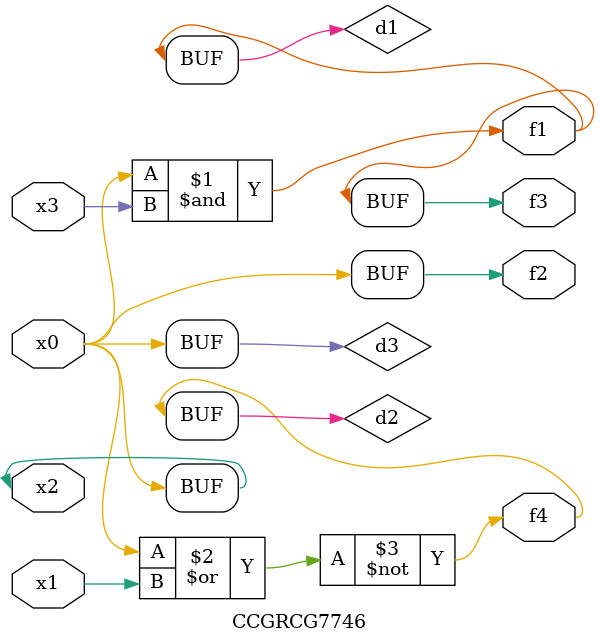
<source format=v>
module CCGRCG7746(
	input x0, x1, x2, x3,
	output f1, f2, f3, f4
);

	wire d1, d2, d3;

	and (d1, x2, x3);
	nor (d2, x0, x1);
	buf (d3, x0, x2);
	assign f1 = d1;
	assign f2 = d3;
	assign f3 = d1;
	assign f4 = d2;
endmodule

</source>
